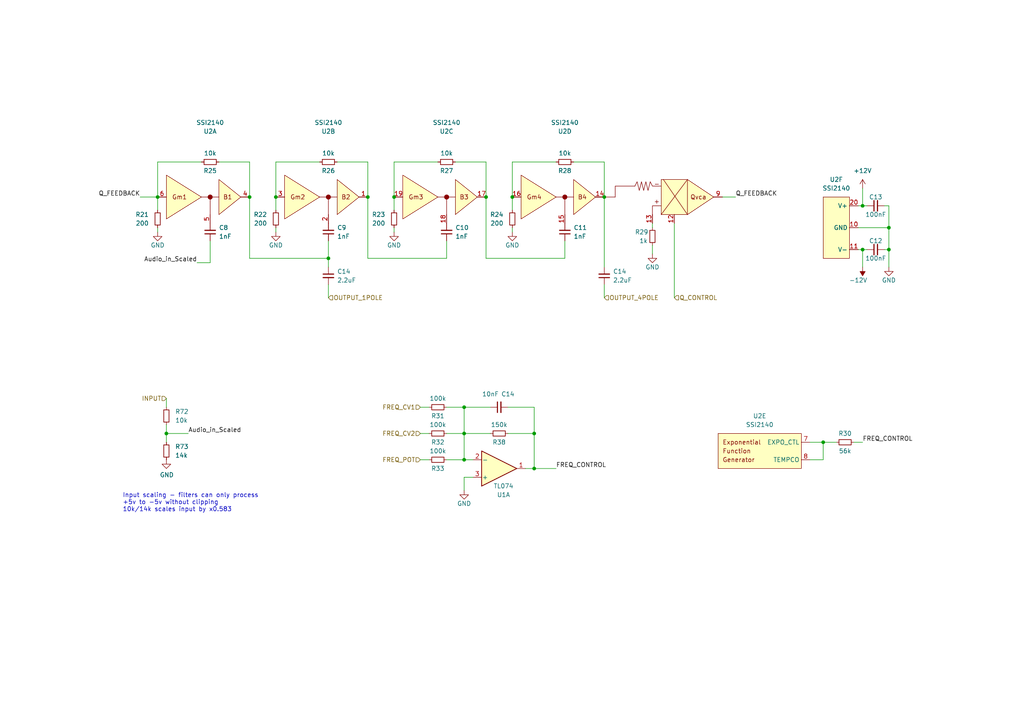
<source format=kicad_sch>
(kicad_sch (version 20230121) (generator eeschema)
  (paper "A4")
  (title_block (title "Hypersoniq") (date "2023-08-12") (rev "2.0") (company "Mountjoy Modular"))
  (lib_symbols
    (symbol "Amplifier_Operational:TL074" (pin_names (offset 0.127))
      (property "Reference" "U" (at 0 5.08 0))
      (property "Value" "TL074" (at 0 -5.08 0))
      (symbol "TL074_1_1"
        (polyline (pts (xy -5.08 5.08) (xy 5.08 0) (xy -5.08 -5.08) (xy -5.08 5.08)) (stroke (width 0.254)) (fill (type background)))
        (pin output line (at 7.62 0 180) (length 2.54) (name "~") (number "1"))
        (pin input line (at -7.62 -2.54 0) (length 2.54) (name "-") (number "2"))
        (pin input line (at -7.62 2.54 0) (length 2.54) (name "+") (number "3"))
      )
      (symbol "TL074_2_1"
        (polyline (pts (xy -5.08 5.08) (xy 5.08 0) (xy -5.08 -5.08) (xy -5.08 5.08)) (stroke (width 0.254)) (fill (type background)))
        (pin input line (at -7.62 2.54 0) (length 2.54) (name "+") (number "5"))
        (pin input line (at -7.62 -2.54 0) (length 2.54) (name "-") (number "6"))
        (pin output line (at 7.62 0 180) (length 2.54) (name "~") (number "7"))
      )
      (symbol "TL074_3_1"
        (polyline (pts (xy -5.08 5.08) (xy 5.08 0) (xy -5.08 -5.08) (xy -5.08 5.08)) (stroke (width 0.254)) (fill (type background)))
        (pin input line (at -7.62 2.54 0) (length 2.54) (name "+") (number "10"))
        (pin output line (at 7.62 0 180) (length 2.54) (name "~") (number "8"))
        (pin input line (at -7.62 -2.54 0) (length 2.54) (name "-") (number "9"))
      )
      (symbol "TL074_4_1"
        (polyline (pts (xy -5.08 5.08) (xy 5.08 0) (xy -5.08 -5.08) (xy -5.08 5.08)) (stroke (width 0.254)) (fill (type background)))
        (pin input line (at -7.62 2.54 0) (length 2.54) (name "+") (number "12"))
        (pin input line (at -7.62 -2.54 0) (length 2.54) (name "-") (number "13"))
        (pin output line (at 7.62 0 180) (length 2.54) (name "~") (number "14"))
      )
      (symbol "TL074_5_1"
        (pin power_in line (at -2.54 -7.62 90) (length 3.81) (name "V-") (number "11"))
        (pin power_in line (at -2.54 7.62 270) (length 3.81) (name "V+") (number "4"))
      )
    )
    (symbol "Device:C_Small" (pin_numbers hide) (pin_names (offset 0.254) hide)
      (property "Reference" "C" (at 0.254 1.778 0))
      (property "Value" "C_Small" (at 0.254 -2.032 0))
      (symbol "C_Small_0_1"
        (polyline (pts (xy -1.524 -0.508) (xy 1.524 -0.508)) (stroke (width 0.3302)))
        (polyline (pts (xy -1.524 0.508) (xy 1.524 0.508)) (stroke (width 0.3048)))
      )
      (symbol "C_Small_1_1"
        (pin passive line (at 0 2.54 270) (length 2.032) (name "~") (number "1"))
        (pin passive line (at 0 -2.54 90) (length 2.032) (name "~") (number "2"))
      )
    )
    (symbol "Device:R_Small" (pin_numbers hide) (pin_names (offset 0.254) hide)
      (property "Reference" "R" (at 0.762 0.508 0))
      (property "Value" "R_Small" (at 0.762 -1.016 0))
      (symbol "R_Small_0_1"
        (rectangle (start -0.762 1.778) (end 0.762 -1.778) (stroke (width 0.2032)))
      )
      (symbol "R_Small_1_1"
        (pin passive line (at 0 2.54 270) (length 0.762) (name "~") (number "1"))
        (pin passive line (at 0 -2.54 90) (length 0.762) (name "~") (number "2"))
      )
    )
    (symbol "SSI2140:SSI2140"
      (property "Reference" "U?" (at -1.905 11.43 0))
      (property "Value" "SSI2140" (at -1.905 8.89 0))
      (symbol "SSI2140_1_0"
        (polyline (pts (xy 0 0) (xy -2.54 0)))
        (polyline (pts (xy 0 -5.08) (xy 0 0) (xy 2.54 0)))
        (polyline (pts (xy -2.54 0) (xy -12.7 6.35) (xy -12.7 -6.35) (xy -2.54 0)) (fill (type background)))
        (text "B1" (at 5.08 0 0) (effects (font (size 1.27 1.27))))
        (text "Gm1" (at -8.89 0 0) (effects (font (size 1.27 1.27))))
      )
      (symbol "SSI2140_1_1"
        (polyline (pts (xy 8.89 0) (xy 2.54 5.08) (xy 2.54 -5.08) (xy 8.89 0)) (fill (type background)))
        (circle (center 0 0) (radius 0.635) (fill (type outline)))
        (pin output line (at 11.43 0 180) (length 2.54) (name "") (number "4"))
        (pin input line (at 0 -7.62 90) (length 2.54) (name "") (number "5"))
        (pin input line (at -15.24 0 0) (length 2.54) (name "") (number "6"))
      )
      (symbol "SSI2140_2_0"
        (polyline (pts (xy 0 0) (xy -2.54 0)))
        (polyline (pts (xy 0 -5.08) (xy 0 0) (xy 2.54 0)))
        (polyline (pts (xy -2.54 0) (xy -12.7 6.35) (xy -12.7 -6.35) (xy -2.54 0)) (fill (type background)))
        (text "B2" (at 5.08 0 0) (effects (font (size 1.27 1.27))))
        (text "Gm2" (at -8.89 0 0) (effects (font (size 1.27 1.27))))
      )
      (symbol "SSI2140_2_1"
        (polyline (pts (xy 8.89 0) (xy 2.54 5.08) (xy 2.54 -5.08) (xy 8.89 0)) (fill (type background)))
        (circle (center 0 0) (radius 0.635) (fill (type outline)))
        (pin output line (at 11.43 0 180) (length 2.54) (name "") (number "1"))
        (pin input line (at 0 -7.62 90) (length 2.54) (name "") (number "2"))
        (pin input line (at -15.24 0 0) (length 2.54) (name "") (number "3"))
      )
      (symbol "SSI2140_3_0"
        (polyline (pts (xy 0 0) (xy -2.54 0)))
        (polyline (pts (xy 0 -5.08) (xy 0 0) (xy 2.54 0)))
        (polyline (pts (xy -2.54 0) (xy -12.7 6.35) (xy -12.7 -6.35) (xy -2.54 0)) (fill (type background)))
        (text "B3" (at 5.08 0 0) (effects (font (size 1.27 1.27))))
        (text "Gm3" (at -8.89 0 0) (effects (font (size 1.27 1.27))))
      )
      (symbol "SSI2140_3_1"
        (polyline (pts (xy 8.89 0) (xy 2.54 5.08) (xy 2.54 -5.08) (xy 8.89 0)) (fill (type background)))
        (circle (center 0 0) (radius 0.635) (fill (type outline)))
        (pin output line (at 11.43 0 180) (length 2.54) (name "") (number "17"))
        (pin input line (at 0 -7.62 90) (length 2.54) (name "") (number "18"))
        (pin input line (at -15.24 0 0) (length 2.54) (name "") (number "19"))
      )
      (symbol "SSI2140_4_0"
        (polyline (pts (xy 0 0) (xy -2.54 0)))
        (polyline (pts (xy 27.94 -5.08) (xy 35.56 5.08)))
        (polyline (pts (xy 35.56 -5.08) (xy 28.575 5.08)))
        (polyline (pts (xy 0 -5.08) (xy 0 0) (xy 2.54 0)))
        (polyline (pts (xy 11.43 0) (xy 11.43 0) (xy 8.89 0)))
        (polyline (pts (xy 20.32 3.175) (xy 14.605 3.175) (xy 14.605 0)))
        (polyline (pts (xy 25.4 -5.08) (xy 25.4 -2.54) (xy 27.94 -2.54)))
        (polyline (pts (xy -2.54 0) (xy -12.7 6.35) (xy -12.7 -6.35) (xy -2.54 0)) (fill (type background)))
        (polyline (pts (xy 35.56 5.08) (xy 27.94 5.08) (xy 27.94 -5.08) (xy 35.56 -5.08)) (fill (type background)))
        (polyline (pts (xy 43.18 0) (xy 35.56 5.08) (xy 35.56 -5.08) (xy 43.18 0)) (fill (type background)))
        (polyline (pts (xy 20.32 3.175) (xy 20.955 4.445) (xy 21.59 1.905) (xy 22.225 4.445) (xy 22.86 1.905) (xy 23.495 4.445) (xy 24.13 1.905) (xy 24.765 4.445) (xy 25.4 3.175) (xy 27.94 3.175)))
        (text "+" (at 26.67 -1.27 0) (effects (font (size 1.27 1.27))))
        (text "-" (at 26.67 3.81 0) (effects (font (size 1.27 1.27))))
        (text "B4" (at 5.08 0 0) (effects (font (size 1.27 1.27))))
        (text "Gm4" (at -8.89 0 0) (effects (font (size 1.27 1.27))))
        (text "Qvca" (at 38.735 0 0) (effects (font (size 1.27 1.27))))
      )
      (symbol "SSI2140_4_1"
        (polyline (pts (xy 11.43 0) (xy 14.605 0)))
        (polyline (pts (xy 8.89 0) (xy 2.54 5.08) (xy 2.54 -5.08) (xy 8.89 0)) (fill (type background)))
        (circle (center 0 0) (radius 0.635) (fill (type outline)))
        (pin input line (at 31.75 -7.62 90) (length 2.54) (name "") (number "12"))
        (pin input line (at 25.4 -7.62 90) (length 2.54) (name "") (number "13"))
        (pin output line (at 11.43 0 180) (length 2.54) (name "") (number "14"))
        (pin input line (at 0 -7.62 90) (length 2.54) (name "") (number "15"))
        (pin input line (at -15.24 0 0) (length 2.54) (name "") (number "16"))
        (pin output line (at 45.72 0 180) (length 2.54) (name "") (number "9"))
      )
      (symbol "SSI2140_5_0"
        (text "Exponential" (at -10.16 2.54 0) (effects (font (size 1.27 1.27)) (justify left)))
        (text "Function" (at -10.16 0 0) (effects (font (size 1.27 1.27)) (justify left)))
        (text "Generator" (at -10.16 -2.54 0) (effects (font (size 1.27 1.27)) (justify left)))
      )
      (symbol "SSI2140_5_1"
        (rectangle (start -11.43 5.08) (end 12.7 -5.08) (fill (type background)))
        (pin input line (at 15.24 2.54 180) (length 2.54) (name "EXPO_CTL") (number "7"))
        (pin input line (at 15.24 -2.54 180) (length 2.54) (name "TEMPCO") (number "8"))
      )
      (symbol "SSI2140_6_0"
        (rectangle (start -3.81 6.35) (end 3.81 -11.43) (fill (type background)))
      )
      (symbol "SSI2140_6_1"
        (pin power_in line (at 6.35 -2.54 180) (length 2.54) (name "GND") (number "10"))
        (pin power_in line (at 6.35 -8.89 180) (length 2.54) (name "V-") (number "11"))
        (pin power_in line (at 6.35 3.81 180) (length 2.54) (name "V+") (number "20"))
      )
    )
    (symbol "power:+12V" (power) (pin_names (offset 0))
      (property "Value" "+12V" (at 0 3.556 0))
      (symbol "+12V_0_1"
        (polyline (pts (xy -0.762 1.27) (xy 0 2.54)))
        (polyline (pts (xy 0 0) (xy 0 2.54)))
        (polyline (pts (xy 0 2.54) (xy 0.762 1.27)))
      )
      (symbol "+12V_1_1"
        (pin power_in line (at 0 0 90) (length 0) hide (name "+12V") (number "1"))
      )
    )
    (symbol "power:-12V" (power) (pin_names (offset 0))
      (property "Value" "-12V" (at 0 3.81 0))
      (symbol "-12V_0_0"
        (pin power_in line (at 0 0 90) (length 0) hide (name "-12V") (number "1"))
      )
      (symbol "-12V_0_1"
        (polyline (pts (xy 0 0) (xy 0 1.27) (xy 0.762 1.27) (xy 0 2.54) (xy -0.762 1.27) (xy 0 1.27)) (fill (type outline)))
      )
    )
    (symbol "power:GND" (power) (pin_names (offset 0))
      (property "Value" "GND" (at 0 -3.81 0))
      (symbol "GND_0_1"
        (polyline (pts (xy 0 0) (xy 0 -1.27) (xy 1.27 -1.27) (xy 0 -2.54) (xy -1.27 -1.27) (xy 0 -1.27)))
      )
      (symbol "GND_1_1"
        (pin power_in line (at 0 0 270) (length 0) hide (name "GND") (number "1"))
      )
    )
  )
  (junction (at 175.26 57.15))
  (junction (at 154.94 135.89))
  (junction (at 48.26 125.73))
  (junction (at 95.25 74.93))
  (junction (at 134.62 118.11))
  (junction (at 80.01 57.15))
  (junction (at 238.76 128.27))
  (junction (at 114.3 57.15))
  (junction (at 140.97 57.15))
  (junction (at 257.81 72.39))
  (junction (at 257.81 66.04))
  (junction (at 106.68 57.15))
  (junction (at 134.62 133.35))
  (junction (at 154.94 125.73))
  (junction (at 250.19 59.69))
  (junction (at 72.39 57.15))
  (junction (at 148.59 57.15))
  (junction (at 134.62 125.73))
  (junction (at 45.72 57.15))
  (junction (at 250.19 72.39))
  (wire (pts (xy 250.19 72.39) (xy 251.46 72.39)))
  (wire (pts (xy 234.95 128.27) (xy 238.76 128.27)))
  (wire (pts (xy 134.62 118.11) (xy 134.62 125.73)))
  (wire (pts (xy 97.79 46.99) (xy 106.68 46.99)))
  (wire (pts (xy 250.19 59.69) (xy 251.46 59.69)))
  (wire (pts (xy 256.54 72.39) (xy 257.81 72.39)))
  (wire (pts (xy 175.26 57.15) (xy 175.26 46.99)))
  (wire (pts (xy 248.92 72.39) (xy 250.19 72.39)))
  (wire (pts (xy 72.39 46.99) (xy 72.39 57.15)))
  (wire (pts (xy 72.39 74.93) (xy 72.39 57.15)))
  (wire (pts (xy 137.16 133.35) (xy 134.62 133.35)))
  (wire (pts (xy 238.76 128.27) (xy 238.76 133.35)))
  (wire (pts (xy 257.81 59.69) (xy 257.81 66.04)))
  (wire (pts (xy 106.68 46.99) (xy 106.68 57.15)))
  (wire (pts (xy 154.94 118.11) (xy 154.94 125.73)))
  (wire (pts (xy 45.72 60.96) (xy 45.72 57.15)))
  (wire (pts (xy 95.25 74.93) (xy 95.25 69.85)))
  (wire (pts (xy 189.23 71.12) (xy 189.23 73.66)))
  (wire (pts (xy 140.97 46.99) (xy 140.97 57.15)))
  (wire (pts (xy 238.76 128.27) (xy 242.57 128.27)))
  (wire (pts (xy 95.25 86.36) (xy 95.25 82.55)))
  (wire (pts (xy 45.72 46.99) (xy 45.72 57.15)))
  (wire (pts (xy 189.23 64.77) (xy 189.23 66.04)))
  (wire (pts (xy 57.15 76.2) (xy 60.96 76.2)))
  (wire (pts (xy 163.83 69.85) (xy 163.83 74.93)))
  (wire (pts (xy 175.26 82.55) (xy 175.26 86.36)))
  (wire (pts (xy 106.68 57.15) (xy 106.68 74.93)))
  (wire (pts (xy 154.94 135.89) (xy 161.29 135.89)))
  (wire (pts (xy 129.54 74.93) (xy 106.68 74.93)))
  (wire (pts (xy 134.62 125.73) (xy 134.62 133.35)))
  (wire (pts (xy 148.59 66.04) (xy 148.59 67.31)))
  (wire (pts (xy 256.54 59.69) (xy 257.81 59.69)))
  (wire (pts (xy 129.54 125.73) (xy 134.62 125.73)))
  (wire (pts (xy 134.62 142.24) (xy 134.62 138.43)))
  (wire (pts (xy 257.81 72.39) (xy 257.81 77.47)))
  (wire (pts (xy 234.95 133.35) (xy 238.76 133.35)))
  (wire (pts (xy 60.96 76.2) (xy 60.96 69.85)))
  (wire (pts (xy 45.72 66.04) (xy 45.72 67.31)))
  (wire (pts (xy 95.25 74.93) (xy 72.39 74.93)))
  (wire (pts (xy 195.58 64.77) (xy 195.58 86.36)))
  (wire (pts (xy 152.4 135.89) (xy 154.94 135.89)))
  (wire (pts (xy 121.92 133.35) (xy 124.46 133.35)))
  (wire (pts (xy 95.25 77.47) (xy 95.25 74.93)))
  (wire (pts (xy 134.62 118.11) (xy 142.24 118.11)))
  (wire (pts (xy 175.26 57.15) (xy 175.26 77.47)))
  (wire (pts (xy 147.32 118.11) (xy 154.94 118.11)))
  (wire (pts (xy 154.94 125.73) (xy 154.94 135.89)))
  (wire (pts (xy 40.64 57.15) (xy 45.72 57.15)))
  (wire (pts (xy 248.92 66.04) (xy 257.81 66.04)))
  (wire (pts (xy 148.59 46.99) (xy 148.59 57.15)))
  (wire (pts (xy 148.59 57.15) (xy 148.59 60.96)))
  (wire (pts (xy 80.01 46.99) (xy 80.01 57.15)))
  (wire (pts (xy 250.19 128.27) (xy 247.65 128.27)))
  (wire (pts (xy 80.01 66.04) (xy 80.01 67.31)))
  (wire (pts (xy 129.54 118.11) (xy 134.62 118.11)))
  (wire (pts (xy 134.62 125.73) (xy 142.24 125.73)))
  (wire (pts (xy 175.26 46.99) (xy 166.37 46.99)))
  (wire (pts (xy 140.97 74.93) (xy 140.97 57.15)))
  (wire (pts (xy 140.97 74.93) (xy 163.83 74.93)))
  (wire (pts (xy 63.5 46.99) (xy 72.39 46.99)))
  (wire (pts (xy 129.54 133.35) (xy 134.62 133.35)))
  (wire (pts (xy 250.19 54.61) (xy 250.19 59.69)))
  (wire (pts (xy 132.08 46.99) (xy 140.97 46.99)))
  (wire (pts (xy 250.19 72.39) (xy 250.19 77.47)))
  (wire (pts (xy 248.92 59.69) (xy 250.19 59.69)))
  (wire (pts (xy 114.3 46.99) (xy 114.3 57.15)))
  (wire (pts (xy 114.3 66.04) (xy 114.3 67.31)))
  (wire (pts (xy 114.3 57.15) (xy 114.3 60.96)))
  (wire (pts (xy 161.29 46.99) (xy 148.59 46.99)))
  (wire (pts (xy 48.26 125.73) (xy 54.61 125.73)))
  (wire (pts (xy 121.92 125.73) (xy 124.46 125.73)))
  (wire (pts (xy 92.71 46.99) (xy 80.01 46.99)))
  (wire (pts (xy 48.26 115.57) (xy 48.26 118.11)))
  (wire (pts (xy 134.62 138.43) (xy 137.16 138.43)))
  (wire (pts (xy 121.92 118.11) (xy 124.46 118.11)))
  (wire (pts (xy 58.42 46.99) (xy 45.72 46.99)))
  (wire (pts (xy 48.26 123.19) (xy 48.26 125.73)))
  (wire (pts (xy 48.26 125.73) (xy 48.26 128.27)))
  (wire (pts (xy 127 46.99) (xy 114.3 46.99)))
  (wire (pts (xy 147.32 125.73) (xy 154.94 125.73)))
  (wire (pts (xy 129.54 69.85) (xy 129.54 74.93)))
  (wire (pts (xy 213.36 57.15) (xy 209.55 57.15)))
  (wire (pts (xy 80.01 57.15) (xy 80.01 60.96)))
  (wire (pts (xy 257.81 66.04) (xy 257.81 72.39)))
  (text "Input scaling - filters can only process \n+5v to -5v without clipping\n10k/14k scales input by x0.583" (at 35.56 148.59 0) (effects (font (size 1.27 1.27)) (justify left bottom)))
  (label "Q_FEEDBACK" (at 40.64 57.15 180))
  (label "FREQ_CONTROL" (at 161.29 135.89 0))
  (label "Q_FEEDBACK" (at 213.36 57.15 0))
  (label "Audio_in_Scaled" (at 57.15 76.2 180))
  (label "FREQ_CONTROL" (at 250.19 128.27 0))
  (label "Audio_in_Scaled" (at 54.61 125.73 0))
  (hierarchical_label "FREQ_CV1" (shape input) (at 121.92 118.11 180))
  (hierarchical_label "OUTPUT_4POLE" (shape input) (at 175.26 86.36 0))
  (hierarchical_label "OUTPUT_1POLE" (shape input) (at 95.25 86.36 0))
  (hierarchical_label "INPUT" (shape input) (at 48.26 115.57 180))
  (hierarchical_label "FREQ_POT" (shape input) (at 121.92 133.35 180))
  (hierarchical_label "Q_CONTROL" (shape input) (at 195.58 86.36 0))
  (hierarchical_label "FREQ_CV2" (shape input) (at 121.92 125.73 180))
  (symbol (lib_id "Device:R_Small") (at 127 118.11 270) (unit 1)
    (property "Reference" "R31" (at 127 120.65 90))
    (property "Value" "100k" (at 127 115.57 90))
    (property "Footprint" "Resistor_SMD:R_0603_1608Metric_Pad0.98x0.95mm_HandSolder" (effects hide))
  )
  (symbol (lib_id "Device:C_Small") (at 129.54 67.31 180) (unit 1)
    (property "Reference" "C10" (at 132.08 66.0336 0) (effects (justify right)))
    (property "Value" "1nF" (at 132.08 68.5736 0) (effects (justify right)))
    (property "Footprint" "Capacitor_SMD:C_0603_1608Metric_Pad1.08x0.95mm_HandSolder" (effects hide))
  )
  (symbol (lib_id "Device:R_Small") (at 127 133.35 270) (unit 1)
    (property "Reference" "R33" (at 127 135.89 90))
    (property "Value" "100k" (at 127 130.81 90))
    (property "Footprint" "Resistor_SMD:R_0603_1608Metric_Pad0.98x0.95mm_HandSolder" (effects hide))
  )
  (symbol (lib_id "SSI2140:SSI2140") (at 95.25 57.15 0) (unit 2)
    (property "Reference" "U2" (at 95.25 38.1 0))
    (property "Value" "SSI2140" (at 95.25 35.56 0))
    (property "Footprint" "Package_SO:TSSOP-20_4.4x6.5mm_P0.65mm" (effects hide))
  )
  (symbol (lib_id "Device:C_Small") (at 175.26 80.01 180) (unit 1)
    (property "Reference" "C14" (at 177.8 78.7336 0) (effects (justify right)))
    (property "Value" "2.2uF" (at 177.8 81.2736 0) (effects (justify right)))
    (property "Footprint" "Capacitor_SMD:C_0603_1608Metric_Pad1.08x0.95mm_HandSolder" (effects hide))
  )
  (symbol (lib_id "power:GND") (at 148.59 67.31 0) (unit 1)
    (property "Reference" "#PWR028" (effects hide))
    (property "Value" "GND" (at 148.59 71.12 0))
  )
  (symbol (lib_id "Device:R_Small") (at 129.54 46.99 270) (unit 1)
    (property "Reference" "R27" (at 129.54 49.53 90))
    (property "Value" "10k" (at 129.54 44.45 90))
    (property "Footprint" "Resistor_SMD:R_0603_1608Metric_Pad0.98x0.95mm_HandSolder" (effects hide))
  )
  (symbol (lib_id "Amplifier_Operational:TL074") (at 144.78 135.89 0) (mirror x) (unit 1)
    (property "Reference" "U1" (at 146.05 143.51 0))
    (property "Value" "TL074" (at 146.05 140.97 0))
    (property "Footprint" "Package_SO:SOIC-14_3.9x8.7mm_P1.27mm" (effects hide))
    (property "Datasheet" "http://www.ti.com/lit/ds/symlink/tl071.pdf" (effects hide))
  )
  (symbol (lib_id "Device:R_Small") (at 45.72 63.5 0) (unit 1)
    (property "Reference" "R21" (at 43.18 62.23 0) (effects (justify right)))
    (property "Value" "200" (at 43.18 64.77 0) (effects (justify right)))
    (property "Footprint" "Resistor_SMD:R_0603_1608Metric_Pad0.98x0.95mm_HandSolder" (effects hide))
  )
  (symbol (lib_id "power:GND") (at 114.3 67.31 0) (unit 1)
    (property "Reference" "#PWR028" (effects hide))
    (property "Value" "GND" (at 114.3 71.12 0))
  )
  (symbol (lib_id "power:GND") (at 134.62 142.24 0) (unit 1)
    (property "Reference" "#PWR033" (effects hide))
    (property "Value" "GND" (at 134.62 146.05 0))
  )
  (symbol (lib_id "Device:C_Small") (at 95.25 80.01 0) (unit 1)
    (property "Reference" "C14" (at 97.79 78.7463 0) (effects (justify left)))
    (property "Value" "2.2uF" (at 97.79 81.2863 0) (effects (justify left)))
    (property "Footprint" "Capacitor_SMD:C_0603_1608Metric_Pad1.08x0.95mm_HandSolder" (effects hide))
  )
  (symbol (lib_id "Device:C_Small") (at 60.96 67.31 180) (unit 1)
    (property "Reference" "C8" (at 63.5 66.0336 0) (effects (justify right)))
    (property "Value" "1nF" (at 63.5 68.5736 0) (effects (justify right)))
    (property "Footprint" "Capacitor_SMD:C_0603_1608Metric_Pad1.08x0.95mm_HandSolder" (effects hide))
  )
  (symbol (lib_id "Device:R_Small") (at 245.11 128.27 90) (unit 1)
    (property "Reference" "R30" (at 245.11 125.73 90))
    (property "Value" "56k" (at 245.11 130.81 90))
    (property "Footprint" "Resistor_SMD:R_0603_1608Metric_Pad0.98x0.95mm_HandSolder" (effects hide))
  )
  (symbol (lib_id "Device:C_Small") (at 163.83 67.31 180) (unit 1)
    (property "Reference" "C11" (at 166.37 66.0336 0) (effects (justify right)))
    (property "Value" "1nF" (at 166.37 68.5736 0) (effects (justify right)))
    (property "Footprint" "Capacitor_SMD:C_0603_1608Metric_Pad1.08x0.95mm_HandSolder" (effects hide))
  )
  (symbol (lib_id "power:GND") (at 45.72 67.31 0) (unit 1)
    (property "Reference" "#PWR028" (effects hide))
    (property "Value" "GND" (at 45.72 71.12 0))
  )
  (symbol (lib_id "power:GND") (at 48.26 133.35 0) (unit 1)
    (property "Reference" "#PWR024" (effects hide))
    (property "Value" "GND" (at 48.387 137.7442 0))
  )
  (symbol (lib_id "power:GND") (at 189.23 73.66 0) (unit 1)
    (property "Reference" "#PWR030" (effects hide))
    (property "Value" "GND" (at 189.23 77.47 0))
  )
  (symbol (lib_id "power:-12V") (at 250.19 77.47 180) (unit 1)
    (property "Reference" "#PWR026" (effects hide))
    (property "Value" "-12V" (at 248.92 81.28 0))
  )
  (symbol (lib_id "Device:R_Small") (at 95.25 46.99 270) (unit 1)
    (property "Reference" "R26" (at 95.25 49.53 90))
    (property "Value" "10k" (at 95.25 44.45 90))
    (property "Footprint" "Resistor_SMD:R_0603_1608Metric_Pad0.98x0.95mm_HandSolder" (effects hide))
  )
  (symbol (lib_id "Device:R_Small") (at 80.01 63.5 0) (unit 1)
    (property "Reference" "R22" (at 77.47 62.23 0) (effects (justify right)))
    (property "Value" "200" (at 77.47 64.77 0) (effects (justify right)))
    (property "Footprint" "Resistor_SMD:R_0603_1608Metric_Pad0.98x0.95mm_HandSolder" (effects hide))
  )
  (symbol (lib_id "Device:C_Small") (at 254 59.69 90) (unit 1)
    (property "Reference" "C13" (at 254 57.15 90))
    (property "Value" "100nF" (at 254 62.23 90))
    (property "Footprint" "Capacitor_SMD:C_0603_1608Metric_Pad1.08x0.95mm_HandSolder" (effects hide))
  )
  (symbol (lib_id "SSI2140:SSI2140") (at 60.96 57.15 0) (unit 1)
    (property "Reference" "U2" (at 60.96 38.1 0))
    (property "Value" "SSI2140" (at 60.96 35.56 0))
    (property "Footprint" "Package_SO:TSSOP-20_4.4x6.5mm_P0.65mm" (effects hide))
  )
  (symbol (lib_id "SSI2140:SSI2140") (at 219.71 130.81 0) (unit 5)
    (property "Reference" "U2" (at 220.345 120.65 0))
    (property "Value" "SSI2140" (at 220.345 123.19 0))
    (property "Footprint" "Package_SO:TSSOP-20_4.4x6.5mm_P0.65mm" (effects hide))
  )
  (symbol (lib_id "power:+12V") (at 250.19 54.61 0) (unit 1)
    (property "Reference" "#PWR027" (effects hide))
    (property "Value" "+12V" (at 250.19 49.53 0))
  )
  (symbol (lib_id "Device:R_Small") (at 189.23 68.58 0) (unit 1)
    (property "Reference" "R29" (at 184.15 67.31 0) (effects (justify left)))
    (property "Value" "1k" (at 185.42 69.85 0) (effects (justify left)))
    (property "Footprint" "Resistor_SMD:R_0603_1608Metric_Pad0.98x0.95mm_HandSolder" (effects hide))
  )
  (symbol (lib_id "Device:R_Small") (at 114.3 63.5 0) (unit 1)
    (property "Reference" "R23" (at 111.76 62.23 0) (effects (justify right)))
    (property "Value" "200" (at 111.76 64.77 0) (effects (justify right)))
    (property "Footprint" "Resistor_SMD:R_0603_1608Metric_Pad0.98x0.95mm_HandSolder" (effects hide))
  )
  (symbol (lib_id "SSI2140:SSI2140") (at 129.54 57.15 0) (unit 3)
    (property "Reference" "U2" (at 129.54 38.1 0))
    (property "Value" "SSI2140" (at 129.54 35.56 0))
    (property "Footprint" "Package_SO:TSSOP-20_4.4x6.5mm_P0.65mm" (effects hide))
  )
  (symbol (lib_id "SSI2140:SSI2140") (at 163.83 57.15 0) (unit 4)
    (property "Reference" "U2" (at 163.83 38.1 0))
    (property "Value" "SSI2140" (at 163.83 35.56 0))
    (property "Footprint" "Package_SO:TSSOP-20_4.4x6.5mm_P0.65mm" (effects hide))
  )
  (symbol (lib_id "power:GND") (at 80.01 67.31 0) (unit 1)
    (property "Reference" "#PWR028" (effects hide))
    (property "Value" "GND" (at 80.01 71.12 0))
  )
  (symbol (lib_id "Device:C_Small") (at 254 72.39 90) (unit 1)
    (property "Reference" "C12" (at 254 69.85 90))
    (property "Value" "100nF" (at 254 74.93 90))
    (property "Footprint" "Capacitor_SMD:C_0603_1608Metric_Pad1.08x0.95mm_HandSolder" (effects hide))
  )
  (symbol (lib_id "Device:R_Small") (at 127 125.73 270) (unit 1)
    (property "Reference" "R32" (at 127 128.27 90))
    (property "Value" "100k" (at 127 123.19 90))
    (property "Footprint" "Resistor_SMD:R_0603_1608Metric_Pad0.98x0.95mm_HandSolder" (effects hide))
  )
  (symbol (lib_id "Device:R_Small") (at 148.59 63.5 0) (unit 1)
    (property "Reference" "R24" (at 146.05 62.23 0) (effects (justify right)))
    (property "Value" "200" (at 146.05 64.77 0) (effects (justify right)))
    (property "Footprint" "Resistor_SMD:R_0603_1608Metric_Pad0.98x0.95mm_HandSolder" (effects hide))
  )
  (symbol (lib_id "Device:R_Small") (at 60.96 46.99 270) (unit 1)
    (property "Reference" "R25" (at 60.96 49.53 90))
    (property "Value" "10k" (at 60.96 44.45 90))
    (property "Footprint" "Resistor_SMD:R_0603_1608Metric_Pad0.98x0.95mm_HandSolder" (effects hide))
  )
  (symbol (lib_id "Device:R_Small") (at 48.26 120.65 0) (unit 1)
    (property "Reference" "R72" (at 50.8 119.38 0) (effects (justify left)))
    (property "Value" "10k" (at 50.8 121.92 0) (effects (justify left)))
    (property "Footprint" "Resistor_SMD:R_0603_1608Metric_Pad0.98x0.95mm_HandSolder" (effects hide))
  )
  (symbol (lib_id "power:GND") (at 257.81 77.47 0) (unit 1)
    (property "Reference" "#PWR028" (effects hide))
    (property "Value" "GND" (at 257.81 81.28 0))
  )
  (symbol (lib_id "Device:R_Small") (at 144.78 125.73 270) (unit 1)
    (property "Reference" "R38" (at 144.78 128.27 90))
    (property "Value" "150k" (at 144.78 123.19 90))
    (property "Footprint" "Resistor_SMD:R_0603_1608Metric_Pad0.98x0.95mm_HandSolder" (effects hide))
  )
  (symbol (lib_id "Device:C_Small") (at 144.78 118.11 90) (unit 1)
    (property "Reference" "C14" (at 147.32 114.3 90))
    (property "Value" "10nF" (at 142.24 114.3 90))
    (property "Footprint" "Capacitor_SMD:C_0603_1608Metric_Pad1.08x0.95mm_HandSolder" (effects hide))
  )
  (symbol (lib_id "Device:R_Small") (at 48.26 130.81 0) (unit 1)
    (property "Reference" "R73" (at 50.8 129.54 0) (effects (justify left)))
    (property "Value" "14k" (at 50.8 132.08 0) (effects (justify left)))
    (property "Footprint" "Resistor_SMD:R_0603_1608Metric_Pad0.98x0.95mm_HandSolder" (effects hide))
  )
  (symbol (lib_id "Device:C_Small") (at 95.25 67.31 180) (unit 1)
    (property "Reference" "C9" (at 97.79 66.0336 0) (effects (justify right)))
    (property "Value" "1nF" (at 97.79 68.5736 0) (effects (justify right)))
    (property "Footprint" "Capacitor_SMD:C_0603_1608Metric_Pad1.08x0.95mm_HandSolder" (effects hide))
  )
  (symbol (lib_id "SSI2140:SSI2140") (at 242.57 63.5 0) (unit 6)
    (property "Reference" "U2" (at 242.57 52.07 0))
    (property "Value" "SSI2140" (at 242.57 54.61 0))
    (property "Footprint" "Package_SO:TSSOP-20_4.4x6.5mm_P0.65mm" (effects hide))
  )
  (symbol (lib_id "Device:R_Small") (at 163.83 46.99 270) (unit 1)
    (property "Reference" "R28" (at 163.83 49.53 90))
    (property "Value" "10k" (at 163.83 44.45 90))
    (property "Footprint" "Resistor_SMD:R_0603_1608Metric_Pad0.98x0.95mm_HandSolder" (effects hide))
  )
)
</source>
